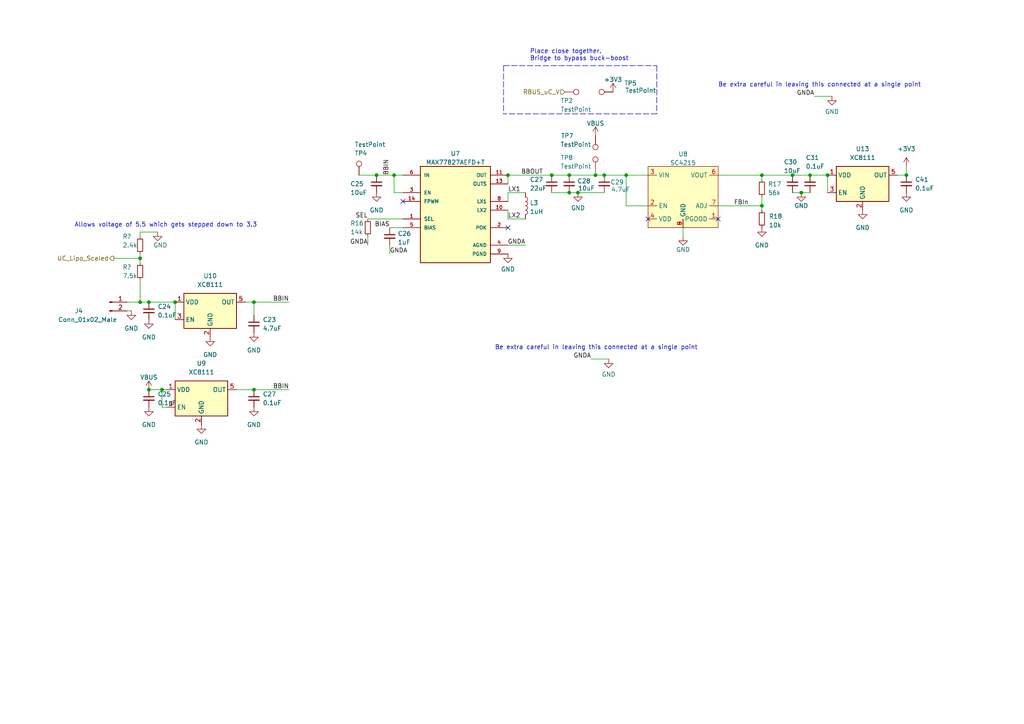
<source format=kicad_sch>
(kicad_sch (version 20211123) (generator eeschema)
  (paper "A4")
  (lib_symbols
    (symbol "Analog_Switch:MAX40200AUK"
      (property "Reference" "U" (at -6.35 6.35 0))
      (property "Value" "MAX40200AUK" (at 7.62 6.35 0))
      (symbol "MAX40200AUK_1_1"
        (rectangle (start -7.62 -5.08) (end 7.62 5.08) (stroke (width 0.254)) (fill (type background)))
        (pin power_in line (at -10.16 2.54 0) (length 2.54) (name "VDD") (number "1"))
        (pin power_in line (at 0 -7.62 90) (length 2.54) (name "GND") (number "2"))
        (pin input line (at -10.16 -2.54 0) (length 2.54) (name "EN") (number "3"))
        (pin no_connect line (at 7.62 -2.54 180) (length 2.54) hide (name "NC") (number "4"))
        (pin passive line (at 10.16 2.54 180) (length 2.54) (name "OUT") (number "5"))
      )
    )
    (symbol "Connector:Conn_01x02_Male" (pin_names (offset 1.016) hide)
      (property "Reference" "J" (at 0 2.54 0))
      (property "Value" "Conn_01x02_Male" (at 0 -5.08 0))
      (symbol "Conn_01x02_Male_1_1"
        (polyline (pts (xy 1.27 -2.54) (xy 0.8636 -2.54)) (stroke (width 0.1524)))
        (polyline (pts (xy 1.27 0) (xy 0.8636 0)) (stroke (width 0.1524)))
        (rectangle (start 0.8636 -2.413) (end 0 -2.667) (stroke (width 0.1524)) (fill (type outline)))
        (rectangle (start 0.8636 0.127) (end 0 -0.127) (stroke (width 0.1524)) (fill (type outline)))
        (pin passive line (at 5.08 0 180) (length 3.81) (name "Pin_1") (number "1"))
        (pin passive line (at 5.08 -2.54 180) (length 3.81) (name "Pin_2") (number "2"))
      )
    )
    (symbol "Connector:TestPoint" (pin_numbers hide) (pin_names (offset 0.762) hide)
      (property "Reference" "TP" (at 0 6.858 0))
      (property "Value" "TestPoint" (at 0 5.08 0))
      (symbol "TestPoint_0_1"
        (circle (center 0 3.302) (radius 0.762))
      )
      (symbol "TestPoint_1_1"
        (pin passive line (at 0 0 90) (length 2.54) (name "1") (number "1"))
      )
    )
    (symbol "Device:C_Small" (pin_numbers hide) (pin_names (offset 0.254) hide)
      (property "Reference" "C" (at 0.254 1.778 0))
      (property "Value" "C_Small" (at 0.254 -2.032 0))
      (symbol "C_Small_0_1"
        (polyline (pts (xy -1.524 -0.508) (xy 1.524 -0.508)) (stroke (width 0.3302)))
        (polyline (pts (xy -1.524 0.508) (xy 1.524 0.508)) (stroke (width 0.3048)))
      )
      (symbol "C_Small_1_1"
        (pin passive line (at 0 2.54 270) (length 2.032) (name "~") (number "1"))
        (pin passive line (at 0 -2.54 90) (length 2.032) (name "~") (number "2"))
      )
    )
    (symbol "Device:L" (pin_numbers hide) (pin_names (offset 1.016) hide)
      (property "Reference" "L" (at -1.27 0 90))
      (property "Value" "L" (at 1.905 0 90))
      (symbol "L_0_1"
        (arc (start 0 -2.54) (mid 0.635 -1.905) (end 0 -1.27))
        (arc (start 0 -1.27) (mid 0.635 -0.635) (end 0 0))
        (arc (start 0 0) (mid 0.635 0.635) (end 0 1.27))
        (arc (start 0 1.27) (mid 0.635 1.905) (end 0 2.54))
      )
      (symbol "L_1_1"
        (pin passive line (at 0 3.81 270) (length 1.27) (name "1") (number "1"))
        (pin passive line (at 0 -3.81 90) (length 1.27) (name "2") (number "2"))
      )
    )
    (symbol "Device:R_Small" (pin_numbers hide) (pin_names (offset 0.254) hide)
      (property "Reference" "R" (at 0.762 0.508 0))
      (property "Value" "R_Small" (at 0.762 -1.016 0))
      (symbol "R_Small_0_1"
        (rectangle (start -0.762 1.778) (end 0.762 -1.778) (stroke (width 0.2032)))
      )
      (symbol "R_Small_1_1"
        (pin passive line (at 0 2.54 270) (length 0.762) (name "~") (number "1"))
        (pin passive line (at 0 -2.54 90) (length 0.762) (name "~") (number "2"))
      )
    )
    (symbol "iclr:MAX77827AEFD+T" (pin_names (offset 1.016))
      (property "Reference" "U?" (at -10.16 13.208 0))
      (property "Value" "MAX77827AEFD+T" (at -10.16 -17.78 0))
      (symbol "MAX77827AEFD+T_0_0"
        (rectangle (start -10.16 -15.24) (end 10.16 12.7) (stroke (width 0.254)) (fill (type background)))
        (pin passive line (at -15.24 -2.54 0) (length 5.08) (name "SEL") (number "1"))
        (pin passive line (at 15.24 0 180) (length 5.08) (name "LX2") (number "10"))
        (pin output line (at 15.24 10.16 180) (length 5.08) (name "OUT") (number "11"))
        (pin input line (at 15.24 7.62 180) (length 5.08) (name "OUTS") (number "13"))
        (pin input line (at -15.24 2.54 0) (length 5.08) (name "FPWM") (number "14"))
        (pin output line (at 15.24 -5.08 180) (length 5.08) (name "POK") (number "2"))
        (pin input line (at -15.24 5.08 0) (length 5.08) (name "EN") (number "3"))
        (pin power_in line (at 15.24 -10.16 180) (length 5.08) (name "AGND") (number "4"))
        (pin passive line (at -15.24 -5.08 0) (length 5.08) (name "BIAS") (number "5"))
        (pin input line (at -15.24 10.16 0) (length 5.08) (name "IN") (number "6"))
        (pin passive line (at 15.24 2.54 180) (length 5.08) (name "LX1") (number "8"))
        (pin power_in line (at 15.24 -12.7 180) (length 5.08) (name "PGND") (number "9"))
      )
    )
    (symbol "iclr:RT9025-25GSP"
      (property "Reference" "U6" (at 0 4.8428 0))
      (property "Value" "RT9025-25GSP" (at 0 2.3059 0))
      (symbol "RT9025-25GSP_1_1"
        (rectangle (start -10.16 1.27) (end 10.16 -16.51) (fill (type background)))
        (pin output line (at 10.16 -13.97 180) (length 2.54) (name "PGOOD") (number "1"))
        (pin input line (at -10.16 -10.16 0) (length 2.54) (name "EN") (number "2"))
        (pin input line (at -10.16 -1.27 0) (length 2.54) (name "VIN") (number "3"))
        (pin input line (at -10.16 -13.97 0) (length 2.54) (name "VDD") (number "4"))
        (pin output line (at 10.16 -1.27 180) (length 2.54) (name "VOUT") (number "6"))
        (pin input line (at 10.16 -10.16 180) (length 2.54) (name "ADJ") (number "7"))
        (pin input line (at 0 -16.51 90) (length 2.54) (name "GND") (number "8"))
        (pin input line (at 0 -16.51 90) (length 2.54) (name "GND") (number "9"))
      )
    )
    (symbol "power:+3.3V" (power) (pin_names (offset 0))
      (property "Value" "+3.3V" (at 0 3.556 0))
      (symbol "+3.3V_0_1"
        (polyline (pts (xy -0.762 1.27) (xy 0 2.54)))
        (polyline (pts (xy 0 0) (xy 0 2.54)))
        (polyline (pts (xy 0 2.54) (xy 0.762 1.27)))
      )
      (symbol "+3.3V_1_1"
        (pin power_in line (at 0 0 90) (length 0) hide (name "+3V3") (number "1"))
      )
    )
    (symbol "power:GND" (power) (pin_names (offset 0))
      (property "Value" "GND" (at 0 -3.81 0))
      (symbol "GND_0_1"
        (polyline (pts (xy 0 0) (xy 0 -1.27) (xy 1.27 -1.27) (xy 0 -2.54) (xy -1.27 -1.27) (xy 0 -1.27)))
      )
      (symbol "GND_1_1"
        (pin power_in line (at 0 0 270) (length 0) hide (name "GND") (number "1"))
      )
    )
    (symbol "power:VBUS" (power) (pin_names (offset 0))
      (property "Value" "VBUS" (at 0 3.81 0))
      (symbol "VBUS_0_1"
        (polyline (pts (xy -0.762 1.27) (xy 0 2.54)))
        (polyline (pts (xy 0 0) (xy 0 2.54)))
        (polyline (pts (xy 0 2.54) (xy 0.762 1.27)))
      )
      (symbol "VBUS_1_1"
        (pin power_in line (at 0 0 90) (length 0) hide (name "VBUS") (number "1"))
      )
    )
  )
  (junction (at 165.1 50.8))
  (junction (at 50.8 87.63))
  (junction (at 220.98 50.8))
  (junction (at 172.72 50.8))
  (junction (at 167.64 55.88))
  (junction (at 240.03 50.8))
  (junction (at 262.89 50.8))
  (junction (at 40.64 74.93))
  (junction (at 40.64 87.63))
  (junction (at 109.22 50.8))
  (junction (at 43.18 87.63))
  (junction (at 229.87 50.8))
  (junction (at 175.26 50.8))
  (junction (at 232.41 55.88))
  (junction (at 147.32 50.8))
  (junction (at 73.66 87.63))
  (junction (at 220.98 59.69))
  (junction (at 43.18 113.03))
  (junction (at 114.3 50.8))
  (junction (at 160.02 50.8))
  (junction (at 46.99 113.03))
  (junction (at 73.66 113.03))
  (junction (at 165.1 55.88))
  (junction (at 234.95 50.8))
  (junction (at 181.61 50.8))
  (no_connect (at 147.32 66.04))
  (no_connect (at 116.84 58.42))
  (no_connect (at 208.28 63.5))
  (no_connect (at 187.96 63.5))
  (wire (pts (xy 40.64 74.93) (xy 33.02 74.93)))
  (wire (pts (xy 114.3 55.88) (xy 116.84 55.88)))
  (wire (pts (xy 171.45 104.14) (xy 176.53 104.14)))
  (wire (pts (xy 147.32 50.8) (xy 160.02 50.8)))
  (wire (pts (xy 40.64 67.31) (xy 45.72 67.31)))
  (wire (pts (xy 160.02 50.8) (xy 165.1 50.8)))
  (polyline (pts (xy 190.5 33.02) (xy 146.05 33.02)))
  (wire (pts (xy 220.98 50.8) (xy 220.98 52.07)))
  (wire (pts (xy 147.32 55.88) (xy 152.4 55.88)))
  (wire (pts (xy 198.12 68.58) (xy 198.12 66.04)))
  (wire (pts (xy 181.61 50.8) (xy 181.61 59.69)))
  (wire (pts (xy 160.02 55.88) (xy 165.1 55.88)))
  (wire (pts (xy 208.28 50.8) (xy 220.98 50.8)))
  (wire (pts (xy 147.32 63.5) (xy 147.32 60.96)))
  (wire (pts (xy 73.66 91.44) (xy 73.66 87.63)))
  (wire (pts (xy 181.61 50.8) (xy 187.96 50.8)))
  (wire (pts (xy 40.64 87.63) (xy 43.18 87.63)))
  (wire (pts (xy 106.68 63.5) (xy 116.84 63.5)))
  (wire (pts (xy 147.32 71.12) (xy 152.4 71.12)))
  (wire (pts (xy 260.35 50.8) (xy 262.89 50.8)))
  (wire (pts (xy 172.72 50.8) (xy 175.26 50.8)))
  (wire (pts (xy 220.98 57.15) (xy 220.98 59.69)))
  (wire (pts (xy 147.32 58.42) (xy 147.32 55.88)))
  (wire (pts (xy 234.95 50.8) (xy 240.03 50.8)))
  (wire (pts (xy 172.72 49.53) (xy 172.72 50.8)))
  (wire (pts (xy 165.1 50.8) (xy 172.72 50.8)))
  (polyline (pts (xy 190.5 19.05) (xy 190.5 33.02)))
  (wire (pts (xy 40.64 74.93) (xy 40.64 76.2)))
  (wire (pts (xy 229.87 55.88) (xy 232.41 55.88)))
  (wire (pts (xy 114.3 50.8) (xy 114.3 55.88)))
  (wire (pts (xy 262.89 48.26) (xy 262.89 50.8)))
  (wire (pts (xy 181.61 59.69) (xy 187.96 59.69)))
  (wire (pts (xy 104.14 50.8) (xy 109.22 50.8)))
  (wire (pts (xy 167.64 55.88) (xy 175.26 55.88)))
  (wire (pts (xy 175.26 50.8) (xy 181.61 50.8)))
  (wire (pts (xy 106.68 71.12) (xy 106.68 68.58)))
  (wire (pts (xy 208.28 59.69) (xy 220.98 59.69)))
  (wire (pts (xy 43.18 87.63) (xy 50.8 87.63)))
  (wire (pts (xy 229.87 50.8) (xy 234.95 50.8)))
  (wire (pts (xy 152.4 63.5) (xy 147.32 63.5)))
  (wire (pts (xy 232.41 55.88) (xy 234.95 55.88)))
  (wire (pts (xy 240.03 50.8) (xy 240.03 55.88)))
  (wire (pts (xy 43.18 113.03) (xy 46.99 113.03)))
  (wire (pts (xy 167.64 55.88) (xy 165.1 55.88)))
  (polyline (pts (xy 146.05 19.05) (xy 190.5 19.05)))
  (wire (pts (xy 236.22 27.94) (xy 241.3 27.94)))
  (wire (pts (xy 109.22 50.8) (xy 114.3 50.8)))
  (wire (pts (xy 40.64 73.66) (xy 40.64 74.93)))
  (wire (pts (xy 48.26 118.11) (xy 46.99 118.11)))
  (wire (pts (xy 73.66 113.03) (xy 83.82 113.03)))
  (wire (pts (xy 147.32 53.34) (xy 147.32 50.8)))
  (wire (pts (xy 113.03 66.04) (xy 116.84 66.04)))
  (wire (pts (xy 40.64 81.28) (xy 40.64 87.63)))
  (wire (pts (xy 36.83 90.17) (xy 38.1 90.17)))
  (wire (pts (xy 114.3 50.8) (xy 116.84 50.8)))
  (wire (pts (xy 46.99 113.03) (xy 48.26 113.03)))
  (wire (pts (xy 40.64 68.58) (xy 40.64 67.31)))
  (wire (pts (xy 50.8 87.63) (xy 50.8 92.71)))
  (wire (pts (xy 73.66 87.63) (xy 83.82 87.63)))
  (wire (pts (xy 36.83 87.63) (xy 40.64 87.63)))
  (wire (pts (xy 220.98 59.69) (xy 220.98 60.96)))
  (wire (pts (xy 46.99 118.11) (xy 46.99 113.03)))
  (polyline (pts (xy 146.05 19.05) (xy 146.05 33.02)))
  (wire (pts (xy 71.12 87.63) (xy 73.66 87.63)))
  (wire (pts (xy 220.98 50.8) (xy 229.87 50.8)))
  (wire (pts (xy 113.03 73.66) (xy 113.03 71.12)))
  (wire (pts (xy 68.58 113.03) (xy 73.66 113.03)))
  (text "Be extra careful in leaving this connected at a single point\n" (at 143.51 101.6 0) (effects (font (size 1.27 1.27)) (justify left bottom)))
  (text "Place close together.\nBridge to bypass buck-boost\n" (at 153.67 17.78 0) (effects (font (size 1.27 1.27)) (justify left bottom)))
  (text "Allows voltage of 5.5 which gets stepped down to 3.3" (at 21.59 66.04 0) (effects (font (size 1.27 1.27)) (justify left bottom)))
  (text "Be extra careful in leaving this connected at a single point\n" (at 208.28 25.4 0) (effects (font (size 1.27 1.27)) (justify left bottom)))
  (label "GNDA" (at 113.03 73.66 0))
  (label "FBIn" (at 217.17 59.69 180))
  (label "BIAS" (at 113.03 66.04 180))
  (label "BBIN" (at 83.82 87.63 180))
  (label "LX2" (at 147.32 63.5 0))
  (label "GNDA" (at 236.22 27.94 180))
  (label "GNDA" (at 106.68 71.12 180))
  (label "SEL" (at 106.68 63.5 180))
  (label "BBIN" (at 83.82 113.03 180))
  (label "GNDA" (at 152.4 71.12 180))
  (label "BBOUT" (at 151.13 50.8 0))
  (label "LX1" (at 147.32 55.88 0))
  (label "GNDA" (at 171.45 104.14 180))
  (label "BBIN" (at 113.03 50.8 90))
  (hierarchical_label "UC_Lipo_Scaled" (shape output) (at 33.02 74.93 180))
  (hierarchical_label "RBUS_uC_V" (shape input) (at 163.83 26.67 180))
  (symbol (lib_id "Analog_Switch:MAX40200AUK") (at 250.19 53.34 0) (unit 1)
    (property "Reference" "U13" (at 250.19 43.18 0))
    (property "Value" "XC8111" (at 250.19 45.72 0))
    (property "Footprint" "Package_TO_SOT_SMD:SOT-23-5" (effects hide))
    (property "Datasheet" "https://www.torexsemi.com/file/xc8111/XC8111.pdf" (effects hide))
  )
  (symbol (lib_id "Connector:TestPoint") (at 172.72 49.53 0) (unit 1)
    (property "Reference" "TP8" (at 162.56 45.72 0) (effects (justify left)))
    (property "Value" "TestPoint" (at 162.56 48.2569 0) (effects (justify left)))
    (property "Footprint" "TestPoint:TestPoint_Pad_D1.5mm" (effects hide))
  )
  (symbol (lib_id "Device:R_Small") (at 106.68 66.04 0) (unit 1)
    (property "Reference" "R16" (at 101.6 64.77 0) (effects (justify left)))
    (property "Value" "14k" (at 101.6 67.3069 0) (effects (justify left)))
    (property "Footprint" "Resistor_SMD:R_0402_1005Metric" (effects hide))
  )
  (symbol (lib_id "power:GND") (at 58.42 123.19 0) (unit 1)
    (property "Reference" "#PWR0156" (effects hide))
    (property "Value" "GND" (at 58.42 128.27 0))
  )
  (symbol (lib_id "Device:C_Small") (at 234.95 53.34 180) (unit 1)
    (property "Reference" "C31" (at 233.68 45.72 0) (effects (justify right)))
    (property "Value" "0.1uF" (at 233.68 48.26 0) (effects (justify right)))
    (property "Footprint" "Capacitor_SMD:C_0402_1005Metric" (effects hide))
  )
  (symbol (lib_id "power:GND") (at 60.96 97.79 0) (unit 1)
    (property "Reference" "#PWR0152" (effects hide))
    (property "Value" "GND" (at 60.96 102.87 0))
  )
  (symbol (lib_id "power:VBUS") (at 172.72 39.37 0) (unit 1)
    (property "Reference" "#PWR056" (effects hide))
    (property "Value" "VBUS" (at 172.72 35.7942 0))
  )
  (symbol (lib_id "Device:C_Small") (at 165.1 53.34 0) (unit 1)
    (property "Reference" "C28" (at 167.4241 52.5116 0) (effects (justify left)))
    (property "Value" "10uF" (at 167.64 54.61 0) (effects (justify left)))
    (property "Footprint" "Capacitor_SMD:C_0402_1005Metric" (effects hide))
  )
  (symbol (lib_id "power:VBUS") (at 43.18 113.03 0) (unit 1)
    (property "Reference" "#PWR042" (effects hide))
    (property "Value" "VBUS" (at 43.18 109.4542 0))
  )
  (symbol (lib_id "Device:L") (at 152.4 59.69 0) (unit 1)
    (property "Reference" "L3" (at 153.67 58.8553 0) (effects (justify left)))
    (property "Value" "1uH" (at 153.67 61.3922 0) (effects (justify left)))
    (property "Footprint" "Inductor_SMD:L_0805_2012Metric" (effects hide))
  )
  (symbol (lib_id "power:GND") (at 73.66 96.52 0) (unit 1)
    (property "Reference" "#PWR045" (effects hide))
    (property "Value" "GND" (at 73.66 101.6 0))
  )
  (symbol (lib_id "Connector:TestPoint") (at 104.14 50.8 0) (unit 1)
    (property "Reference" "TP4" (at 102.87 44.45 0) (effects (justify left)))
    (property "Value" "TestPoint" (at 102.87 41.9131 0) (effects (justify left)))
    (property "Footprint" "TestPoint:TestPoint_Pad_D1.5mm" (effects hide))
  )
  (symbol (lib_id "Device:R_Small") (at 220.98 63.5 0) (unit 1)
    (property "Reference" "R18" (at 222.994 62.7497 0) (effects (justify left)))
    (property "Value" "10k" (at 222.994 65.2897 0) (effects (justify left)))
    (property "Footprint" "Resistor_SMD:R_0402_1005Metric" (effects hide))
  )
  (symbol (lib_id "Device:C_Small") (at 43.18 115.57 0) (unit 1)
    (property "Reference" "C25" (at 45.72 114.3062 0) (effects (justify left)))
    (property "Value" "0.1uF" (at 45.72 116.8462 0) (effects (justify left)))
    (property "Footprint" "Capacitor_SMD:C_0402_1005Metric" (effects hide))
  )
  (symbol (lib_id "power:GND") (at 43.18 92.71 0) (unit 1)
    (property "Reference" "#PWR0148" (effects hide))
    (property "Value" "GND" (at 43.18 97.79 0))
  )
  (symbol (lib_id "Analog_Switch:MAX40200AUK") (at 58.42 115.57 0) (unit 1)
    (property "Reference" "U9" (at 58.42 105.41 0))
    (property "Value" "XC8111" (at 58.42 107.95 0))
    (property "Footprint" "Package_TO_SOT_SMD:SOT-23-5" (effects hide))
    (property "Datasheet" "https://www.torexsemi.com/file/xc8111/XC8111.pdf" (effects hide))
  )
  (symbol (lib_id "power:GND") (at 167.64 55.88 0) (unit 1)
    (property "Reference" "#PWR055" (effects hide))
    (property "Value" "GND" (at 167.64 60.3234 0))
  )
  (symbol (lib_id "Device:C_Small") (at 109.22 53.34 0) (unit 1)
    (property "Reference" "C25" (at 101.6 53.34 0) (effects (justify left)))
    (property "Value" "10uF" (at 101.6 55.8769 0) (effects (justify left)))
    (property "Footprint" "Capacitor_SMD:C_0603_1608Metric" (effects hide))
  )
  (symbol (lib_id "power:GND") (at 73.66 118.11 0) (unit 1)
    (property "Reference" "#PWR046" (effects hide))
    (property "Value" "GND" (at 73.66 123.19 0))
  )
  (symbol (lib_id "Device:C_Small") (at 73.66 115.57 0) (unit 1)
    (property "Reference" "C27" (at 76.2 114.3062 0) (effects (justify left)))
    (property "Value" "0.1uF" (at 76.2 116.8462 0) (effects (justify left)))
    (property "Footprint" "Capacitor_SMD:C_0402_1005Metric" (effects hide))
  )
  (symbol (lib_id "Connector:TestPoint") (at 172.72 39.37 180) (unit 1)
    (property "Reference" "TP7" (at 166.37 39.37 0) (effects (justify left)))
    (property "Value" "TestPoint" (at 171.45 41.9069 0) (effects (justify left)))
    (property "Footprint" "TestPoint:TestPoint_Pad_D1.5mm" (effects hide))
  )
  (symbol (lib_id "power:GND") (at 232.41 55.88 0) (unit 1)
    (property "Reference" "#PWR060" (effects hide))
    (property "Value" "GND" (at 232.41 59.69 0))
  )
  (symbol (lib_id "power:GND") (at 43.18 118.11 0) (unit 1)
    (property "Reference" "#PWR0155" (effects hide))
    (property "Value" "GND" (at 43.18 123.19 0))
  )
  (symbol (lib_id "Device:C_Small") (at 43.18 90.17 0) (unit 1)
    (property "Reference" "C24" (at 45.72 88.9062 0) (effects (justify left)))
    (property "Value" "0.1uF" (at 45.72 91.4462 0) (effects (justify left)))
    (property "Footprint" "Capacitor_SMD:C_0402_1005Metric" (effects hide))
  )
  (symbol (lib_id "Connector:TestPoint") (at 163.83 26.67 270) (unit 1)
    (property "Reference" "TP2" (at 162.56 29.21 90) (effects (justify left)))
    (property "Value" "TestPoint" (at 162.56 31.7469 90) (effects (justify left)))
    (property "Footprint" "TestPoint:TestPoint_Pad_D1.5mm" (effects hide))
  )
  (symbol (lib_id "power:GND") (at 198.12 68.58 0) (unit 1)
    (property "Reference" "#PWR057" (effects hide))
    (property "Value" "GND" (at 198.12 72.39 0))
  )
  (symbol (lib_id "Device:C_Small") (at 229.87 53.34 180) (unit 1)
    (property "Reference" "C30" (at 227.33 46.99 0) (effects (justify right)))
    (property "Value" "10uF" (at 227.33 49.53 0) (effects (justify right)))
    (property "Footprint" "Capacitor_SMD:C_0402_1005Metric" (effects hide))
  )
  (symbol (lib_id "power:GND") (at 109.22 55.88 0) (unit 1)
    (property "Reference" "#PWR048" (effects hide))
    (property "Value" "GND" (at 109.22 60.96 0))
  )
  (symbol (lib_id "power:GND") (at 262.89 55.88 0) (unit 1)
    (property "Reference" "#PWR0177" (effects hide))
    (property "Value" "GND" (at 262.89 60.96 0))
  )
  (symbol (lib_id "iclr:RT9025-25GSP") (at 198.12 49.53 0) (unit 1)
    (property "Reference" "U8" (at 198.12 44.6872 0))
    (property "Value" "SC4215" (at 198.12 47.2241 0))
    (property "Footprint" "iclr:SOIC127P599X175-9N" (effects hide))
  )
  (symbol (lib_id "power:GND") (at 38.1 90.17 0) (unit 1)
    (property "Reference" "#PWR0147" (effects hide))
    (property "Value" "GND" (at 38.1 95.25 0))
  )
  (symbol (lib_id "iclr:MAX77827AEFD+T") (at 132.08 60.96 0) (unit 1)
    (property "Reference" "U7" (at 132.08 44.5602 0))
    (property "Value" "MAX77827AEFD+T" (at 132.08 47.0971 0))
    (property "Footprint" "iclr:CONV_MAX77827AEFD+T" (effects hide))
    (property "MANUFACTURER" "Maxim Integrated" (effects hide))
    (property "MAXIMUM_PACKAGE_HEIGHT" "0.6mm" (effects hide))
    (property "PARTREV" "B" (effects hide))
    (property "STANDARD" "Manufacturer Recommended" (effects hide))
  )
  (symbol (lib_id "power:GND") (at 220.98 66.04 0) (unit 1)
    (property "Reference" "#PWR058" (effects hide))
    (property "Value" "GND" (at 220.98 71.12 0))
  )
  (symbol (lib_id "power:GND") (at 147.32 73.66 0) (unit 1)
    (property "Reference" "#PWR053" (effects hide))
    (property "Value" "GND" (at 147.32 78.1034 0))
  )
  (symbol (lib_id "Device:R_Small") (at 40.64 78.74 180) (unit 1)
    (property "Reference" "R?" (at 35.56 77.47 0) (effects (justify right)))
    (property "Value" "7.5k" (at 35.56 80.01 0) (effects (justify right)))
    (property "Footprint" "Resistor_SMD:R_0603_1608Metric" (effects hide))
  )
  (symbol (lib_id "Device:C_Small") (at 73.66 93.98 0) (unit 1)
    (property "Reference" "C23" (at 76.2 92.7162 0) (effects (justify left)))
    (property "Value" "4.7uF" (at 76.2 95.2562 0) (effects (justify left)))
    (property "Footprint" "Capacitor_SMD:C_0402_1005Metric" (effects hide))
  )
  (symbol (lib_id "Device:C_Small") (at 175.26 53.34 0) (unit 1)
    (property "Reference" "C29" (at 177.0436 52.8468 0) (effects (justify left)))
    (property "Value" "4.7uF" (at 177.2595 54.9452 0) (effects (justify left)))
    (property "Footprint" "Capacitor_SMD:C_0402_1005Metric" (effects hide))
  )
  (symbol (lib_id "Connector:TestPoint") (at 177.8 26.67 90) (unit 1)
    (property "Reference" "TP5" (at 182.88 24.13 90))
    (property "Value" "TestPoint" (at 185.801 26.2316 90))
    (property "Footprint" "TestPoint:TestPoint_Pad_D1.5mm" (effects hide))
  )
  (symbol (lib_id "Device:C_Small") (at 160.02 53.34 0) (unit 1)
    (property "Reference" "C27" (at 153.67 52.0731 0) (effects (justify left)))
    (property "Value" "22uF" (at 153.67 54.61 0) (effects (justify left)))
    (property "Footprint" "Capacitor_SMD:C_0603_1608Metric" (effects hide))
  )
  (symbol (lib_id "Device:R_Small") (at 220.98 54.61 0) (unit 1)
    (property "Reference" "R17" (at 222.7367 53.3805 0) (effects (justify left)))
    (property "Value" "56k" (at 222.7367 55.9205 0) (effects (justify left)))
    (property "Footprint" "Resistor_SMD:R_0402_1005Metric" (effects hide))
  )
  (symbol (lib_id "Device:C_Small") (at 113.03 68.58 0) (unit 1)
    (property "Reference" "C26" (at 115.3541 67.7516 0) (effects (justify left)))
    (property "Value" "1uF" (at 115.3541 70.2885 0) (effects (justify left)))
    (property "Footprint" "Capacitor_SMD:C_0402_1005Metric" (effects hide))
  )
  (symbol (lib_id "power:GND") (at 45.72 67.31 0) (unit 1)
    (property "Reference" "#PWR?" (effects hide))
    (property "Value" "GND" (at 44.45 71.12 0) (effects (justify left)))
  )
  (symbol (lib_id "power:GND") (at 241.3 27.94 0) (unit 1)
    (property "Reference" "#PWR051" (effects hide))
    (property "Value" "GND" (at 241.3 32.3834 0))
  )
  (symbol (lib_id "power:GND") (at 176.53 104.14 0) (unit 1)
    (property "Reference" "#PWR0131" (effects hide))
    (property "Value" "GND" (at 176.53 108.5834 0))
  )
  (symbol (lib_id "power:GND") (at 250.19 60.96 0) (unit 1)
    (property "Reference" "#PWR0175" (effects hide))
    (property "Value" "GND" (at 250.19 66.04 0))
  )
  (symbol (lib_id "Device:C_Small") (at 262.89 53.34 0) (unit 1)
    (property "Reference" "C41" (at 265.43 52.0762 0) (effects (justify left)))
    (property "Value" "0.1uF" (at 265.43 54.6162 0) (effects (justify left)))
    (property "Footprint" "Capacitor_SMD:C_0402_1005Metric" (effects hide))
  )
  (symbol (lib_id "Connector:Conn_01x02_Male") (at 31.75 87.63 0) (unit 1)
    (property "Reference" "J4" (at 22.86 90.17 0))
    (property "Value" "Conn_01x02_Male" (at 25.4 92.71 0))
    (property "Footprint" "Connector_PinHeader_2.54mm:PinHeader_1x02_P2.54mm_Vertical" (effects hide))
  )
  (symbol (lib_id "Analog_Switch:MAX40200AUK") (at 60.96 90.17 0) (unit 1)
    (property "Reference" "U10" (at 60.96 80.01 0))
    (property "Value" "XC8111" (at 60.96 82.55 0))
    (property "Footprint" "Package_TO_SOT_SMD:SOT-23-5" (effects hide))
    (property "Datasheet" "https://www.torexsemi.com/file/xc8111/XC8111.pdf" (effects hide))
  )
  (symbol (lib_id "power:+3.3V") (at 177.8 26.67 0) (unit 1)
    (property "Reference" "#PWR0130" (effects hide))
    (property "Value" "+3.3V" (at 177.8 23.0942 0))
  )
  (symbol (lib_id "Device:R_Small") (at 40.64 71.12 180) (unit 1)
    (property "Reference" "R?" (at 35.56 68.58 0) (effects (justify right)))
    (property "Value" "2.4k" (at 35.56 71.12 0) (effects (justify right)))
    (property "Footprint" "Resistor_SMD:R_0603_1608Metric" (effects hide))
  )
  (symbol (lib_id "power:+3.3V") (at 262.89 48.26 0) (unit 1)
    (property "Reference" "#PWR0178" (effects hide))
    (property "Value" "+3.3V" (at 262.89 43.18 0))
  )
)
</source>
